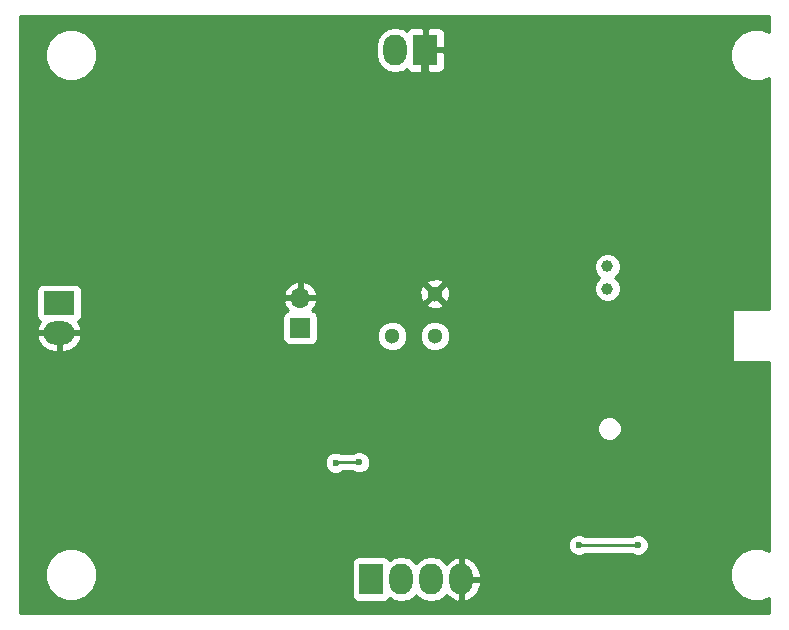
<source format=gbl>
G04 #@! TF.GenerationSoftware,KiCad,Pcbnew,(5.0-dev-4140-g2e42d5c00)*
G04 #@! TF.CreationDate,2018-02-27T05:36:51+05:30*
G04 #@! TF.ProjectId,sense_rev4,73656E73655F726576342E6B69636164,rev?*
G04 #@! TF.SameCoordinates,Original*
G04 #@! TF.FileFunction,Copper,L2,Bot,Signal*
G04 #@! TF.FilePolarity,Positive*
%FSLAX46Y46*%
G04 Gerber Fmt 4.6, Leading zero omitted, Abs format (unit mm)*
G04 Created by KiCad (PCBNEW (5.0-dev-4140-g2e42d5c00)) date 02/27/18 05:36:51*
%MOMM*%
%LPD*%
G01*
G04 APERTURE LIST*
%ADD10R,1.700000X1.700000*%
%ADD11O,1.700000X1.700000*%
%ADD12R,2.600000X2.000000*%
%ADD13O,2.600000X2.000000*%
%ADD14R,2.000000X2.600000*%
%ADD15O,2.000000X2.600000*%
%ADD16C,1.300000*%
%ADD17C,1.000000*%
%ADD18C,0.600000*%
%ADD19C,0.250000*%
%ADD20C,0.254000*%
G04 APERTURE END LIST*
D10*
X128400000Y-106100000D03*
D11*
X128400000Y-103560000D03*
D12*
X108000000Y-104000000D03*
D13*
X108000000Y-106540000D03*
D14*
X139010000Y-82580000D03*
D15*
X136470000Y-82580000D03*
D16*
X139796000Y-106796000D03*
X139796000Y-103204000D03*
X136204000Y-106796000D03*
D17*
X154400000Y-100900000D03*
X154400000Y-102800000D03*
D15*
X142040000Y-127390000D03*
X139500000Y-127390000D03*
X136960000Y-127390000D03*
D14*
X134420000Y-127390000D03*
D18*
X134619441Y-113980559D03*
X144900000Y-105100000D03*
X148200000Y-98800000D03*
X130000000Y-111850000D03*
X167500000Y-103000000D03*
X166600000Y-103000000D03*
X167500000Y-101800000D03*
X166600000Y-101800000D03*
X165200000Y-102100000D03*
X163900000Y-105000000D03*
X163900000Y-105000000D03*
X158500000Y-102100000D03*
X161600000Y-102100000D03*
X160000000Y-105000000D03*
X161600000Y-107700000D03*
X158500000Y-107700000D03*
X138760000Y-94060000D03*
X157120000Y-118310000D03*
X157790000Y-94360000D03*
X146910000Y-116120000D03*
X142580000Y-117500000D03*
X148690000Y-123310000D03*
X135600000Y-110580000D03*
X154800000Y-99100000D03*
X154800000Y-112100000D03*
X155950000Y-111000000D03*
X154800000Y-111000000D03*
X167700000Y-112300000D03*
X167800000Y-97850000D03*
X166600000Y-97850000D03*
X166600000Y-98750000D03*
X167800000Y-98750000D03*
X156250000Y-99100000D03*
X167700000Y-111200000D03*
X154800000Y-109400000D03*
X157000000Y-124500000D03*
X152000000Y-124500000D03*
X131410000Y-117520000D03*
X133400000Y-117500000D03*
D19*
X108000000Y-106540000D02*
X109550000Y-106540000D01*
X109550000Y-106540000D02*
X122860000Y-106540000D01*
X130000000Y-111850000D02*
X133950000Y-111850000D01*
X134619441Y-113980559D02*
X134619441Y-112519441D01*
X134619441Y-112519441D02*
X133950000Y-111850000D01*
X137000000Y-115800000D02*
X141600000Y-115800000D01*
X136075736Y-115800000D02*
X137000000Y-115800000D01*
X134619441Y-115619441D02*
X134800000Y-115800000D01*
X134800000Y-115800000D02*
X137000000Y-115800000D01*
X134619441Y-113980559D02*
X134619441Y-115619441D01*
X166600000Y-98750000D02*
X166600000Y-99174264D01*
X166600000Y-99174264D02*
X166600000Y-101800000D01*
X166600000Y-98750000D02*
X167800000Y-98750000D01*
X166600000Y-97850000D02*
X166600000Y-98750000D01*
X166600000Y-97850000D02*
X167800000Y-97850000D01*
X158500000Y-106500000D02*
X160000000Y-105000000D01*
X158500000Y-103500000D02*
X160000000Y-105000000D01*
X161600000Y-103400000D02*
X160000000Y-105000000D01*
X160000000Y-105000000D02*
X161600000Y-106600000D01*
X163310000Y-107700000D02*
X163900000Y-107110000D01*
X161600000Y-107700000D02*
X163310000Y-107700000D01*
X158110000Y-112300000D02*
X167700000Y-112300000D01*
X154800000Y-112100000D02*
X155930000Y-112100000D01*
X155930000Y-112100000D02*
X157120000Y-113290000D01*
X157120000Y-118310000D02*
X157120000Y-113290000D01*
X157120000Y-113290000D02*
X158110000Y-112300000D01*
X137850000Y-108330000D02*
X137850000Y-105150000D01*
X137850000Y-105150000D02*
X139796000Y-103204000D01*
X135600000Y-110580000D02*
X137850000Y-108330000D01*
X163900000Y-107110000D02*
X163900000Y-105000000D01*
X157360000Y-99610000D02*
X157360000Y-100960000D01*
X157360000Y-100960000D02*
X158500000Y-102100000D01*
X157149999Y-99399999D02*
X157360000Y-99610000D01*
X156250000Y-99100000D02*
X156549999Y-99399999D01*
X156549999Y-99399999D02*
X157149999Y-99399999D01*
X157790000Y-94360000D02*
X157790000Y-97560000D01*
X157790000Y-97560000D02*
X156250000Y-99100000D01*
X148200000Y-98800000D02*
X154500001Y-98800001D01*
X154500001Y-98800001D02*
X154800000Y-99100000D01*
X144900000Y-99000000D02*
X145100000Y-98800000D01*
X145100000Y-98800000D02*
X148200000Y-98800000D01*
X144900000Y-105100000D02*
X144900000Y-99000000D01*
X146400000Y-94060000D02*
X138760000Y-94060000D01*
X148200000Y-98800000D02*
X148200000Y-95860000D01*
X148200000Y-95860000D02*
X146400000Y-94060000D01*
X142580000Y-116780000D02*
X141600000Y-115800000D01*
X142580000Y-117500000D02*
X142580000Y-116780000D01*
X165200000Y-102100000D02*
X165700000Y-102100000D01*
X165700000Y-102100000D02*
X166600000Y-103000000D01*
X167500000Y-101800000D02*
X167500000Y-103000000D01*
X166600000Y-103000000D02*
X166600000Y-101800000D01*
X161600000Y-102100000D02*
X162024264Y-102100000D01*
X162024264Y-102100000D02*
X165200000Y-102100000D01*
X160000000Y-105000000D02*
X163900000Y-105000000D01*
X161600000Y-107700000D02*
X161600000Y-102100000D01*
X158500000Y-102100000D02*
X158500000Y-107700000D01*
X123850000Y-111850000D02*
X122860000Y-110860000D01*
X122860000Y-110860000D02*
X122860000Y-106540000D01*
X130000000Y-111850000D02*
X123850000Y-111850000D01*
X122860000Y-106540000D02*
X125840000Y-103560000D01*
X125840000Y-103560000D02*
X128400000Y-103560000D01*
X138760000Y-94060000D02*
X138760000Y-82830000D01*
X138760000Y-82830000D02*
X139010000Y-82580000D01*
X166600000Y-103000000D02*
X167500000Y-103000000D01*
X166600000Y-101800000D02*
X167500000Y-101800000D01*
X163900000Y-105000000D02*
X163900000Y-103400000D01*
X163900000Y-103400000D02*
X165200000Y-102100000D01*
X161600000Y-102100000D02*
X158500000Y-102100000D01*
X158500000Y-107700000D02*
X161600000Y-107700000D01*
X157700000Y-111000000D02*
X158500000Y-110200000D01*
X158500000Y-110200000D02*
X158500000Y-107700000D01*
X156374264Y-111000000D02*
X157700000Y-111000000D01*
X155950000Y-111000000D02*
X156374264Y-111000000D01*
X148690000Y-126340000D02*
X148690000Y-123310000D01*
X147640000Y-127390000D02*
X148690000Y-126340000D01*
X142040000Y-127390000D02*
X147640000Y-127390000D01*
X137755736Y-117500000D02*
X142155736Y-117500000D01*
X142155736Y-117500000D02*
X142580000Y-117500000D01*
X148690000Y-123310000D02*
X143100000Y-123310000D01*
X143100000Y-123310000D02*
X142580000Y-122790000D01*
X142580000Y-122790000D02*
X142580000Y-117500000D01*
X138760000Y-94060000D02*
X138760000Y-102168000D01*
X138760000Y-102168000D02*
X139796000Y-103204000D01*
X142580000Y-117500000D02*
X145530000Y-117500000D01*
X145530000Y-117500000D02*
X146910000Y-116120000D01*
X156250000Y-99100000D02*
X154800000Y-99100000D01*
X154800000Y-111000000D02*
X154800000Y-112100000D01*
X154800000Y-111000000D02*
X155950000Y-111000000D01*
X154800000Y-109400000D02*
X154800000Y-111000000D01*
X167700000Y-111200000D02*
X167700000Y-112300000D01*
X167800000Y-97850000D02*
X167800000Y-98750000D01*
X152000000Y-124500000D02*
X157000000Y-124500000D01*
X133400000Y-117500000D02*
X131430000Y-117500000D01*
X131430000Y-117500000D02*
X131410000Y-117520000D01*
D20*
G36*
X168073000Y-81025305D02*
X167444569Y-80765000D01*
X166555431Y-80765000D01*
X165733974Y-81105259D01*
X165105259Y-81733974D01*
X164765000Y-82555431D01*
X164765000Y-83444569D01*
X165105259Y-84266026D01*
X165733974Y-84894741D01*
X166555431Y-85235000D01*
X167444569Y-85235000D01*
X168073000Y-84974695D01*
X168073000Y-104473000D01*
X165100000Y-104473000D01*
X165051399Y-104482667D01*
X165010197Y-104510197D01*
X164982667Y-104551399D01*
X164973000Y-104600000D01*
X164973000Y-108900000D01*
X164982667Y-108948601D01*
X165010197Y-108989803D01*
X165051399Y-109017333D01*
X165100000Y-109027000D01*
X168073000Y-109027000D01*
X168073000Y-125025305D01*
X167444569Y-124765000D01*
X166555431Y-124765000D01*
X165733974Y-125105259D01*
X165105259Y-125733974D01*
X164765000Y-126555431D01*
X164765000Y-127444569D01*
X165105259Y-128266026D01*
X165733974Y-128894741D01*
X166555431Y-129235000D01*
X167444569Y-129235000D01*
X168073000Y-128974695D01*
X168073000Y-130290000D01*
X104710000Y-130290000D01*
X104710000Y-126555431D01*
X106765000Y-126555431D01*
X106765000Y-127444569D01*
X107105259Y-128266026D01*
X107733974Y-128894741D01*
X108555431Y-129235000D01*
X109444569Y-129235000D01*
X110266026Y-128894741D01*
X110894741Y-128266026D01*
X111235000Y-127444569D01*
X111235000Y-126555431D01*
X111042212Y-126090000D01*
X132772560Y-126090000D01*
X132772560Y-128690000D01*
X132821843Y-128937765D01*
X132962191Y-129147809D01*
X133172235Y-129288157D01*
X133420000Y-129337440D01*
X135420000Y-129337440D01*
X135667765Y-129288157D01*
X135877809Y-129147809D01*
X135976900Y-128999510D01*
X136322056Y-129230136D01*
X136960000Y-129357031D01*
X137597945Y-129230136D01*
X138138769Y-128868769D01*
X138230000Y-128732232D01*
X138321231Y-128868769D01*
X138862056Y-129230136D01*
X139500000Y-129357031D01*
X140137945Y-129230136D01*
X140678769Y-128868769D01*
X140789952Y-128702371D01*
X140973683Y-128935922D01*
X141531645Y-129249144D01*
X141659566Y-129280124D01*
X141913000Y-129160777D01*
X141913000Y-127517000D01*
X142167000Y-127517000D01*
X142167000Y-129160777D01*
X142420434Y-129280124D01*
X142548355Y-129249144D01*
X143106317Y-128935922D01*
X143501942Y-128433020D01*
X143675000Y-127817000D01*
X143675000Y-127517000D01*
X142167000Y-127517000D01*
X141913000Y-127517000D01*
X141893000Y-127517000D01*
X141893000Y-127263000D01*
X141913000Y-127263000D01*
X141913000Y-125619223D01*
X142167000Y-125619223D01*
X142167000Y-127263000D01*
X143675000Y-127263000D01*
X143675000Y-126963000D01*
X143501942Y-126346980D01*
X143106317Y-125844078D01*
X142548355Y-125530856D01*
X142420434Y-125499876D01*
X142167000Y-125619223D01*
X141913000Y-125619223D01*
X141659566Y-125499876D01*
X141531645Y-125530856D01*
X140973683Y-125844078D01*
X140789952Y-126077629D01*
X140678769Y-125911231D01*
X140137944Y-125549864D01*
X139500000Y-125422969D01*
X138862055Y-125549864D01*
X138321231Y-125911231D01*
X138230000Y-126047768D01*
X138138769Y-125911231D01*
X137597944Y-125549864D01*
X136960000Y-125422969D01*
X136322055Y-125549864D01*
X135976900Y-125780489D01*
X135877809Y-125632191D01*
X135667765Y-125491843D01*
X135420000Y-125442560D01*
X133420000Y-125442560D01*
X133172235Y-125491843D01*
X132962191Y-125632191D01*
X132821843Y-125842235D01*
X132772560Y-126090000D01*
X111042212Y-126090000D01*
X110894741Y-125733974D01*
X110266026Y-125105259D01*
X109444569Y-124765000D01*
X108555431Y-124765000D01*
X107733974Y-125105259D01*
X107105259Y-125733974D01*
X106765000Y-126555431D01*
X104710000Y-126555431D01*
X104710000Y-124314017D01*
X151065000Y-124314017D01*
X151065000Y-124685983D01*
X151207345Y-125029635D01*
X151470365Y-125292655D01*
X151814017Y-125435000D01*
X152185983Y-125435000D01*
X152529635Y-125292655D01*
X152562290Y-125260000D01*
X156437710Y-125260000D01*
X156470365Y-125292655D01*
X156814017Y-125435000D01*
X157185983Y-125435000D01*
X157529635Y-125292655D01*
X157792655Y-125029635D01*
X157935000Y-124685983D01*
X157935000Y-124314017D01*
X157792655Y-123970365D01*
X157529635Y-123707345D01*
X157185983Y-123565000D01*
X156814017Y-123565000D01*
X156470365Y-123707345D01*
X156437710Y-123740000D01*
X152562290Y-123740000D01*
X152529635Y-123707345D01*
X152185983Y-123565000D01*
X151814017Y-123565000D01*
X151470365Y-123707345D01*
X151207345Y-123970365D01*
X151065000Y-124314017D01*
X104710000Y-124314017D01*
X104710000Y-117334017D01*
X130475000Y-117334017D01*
X130475000Y-117705983D01*
X130617345Y-118049635D01*
X130880365Y-118312655D01*
X131224017Y-118455000D01*
X131595983Y-118455000D01*
X131939635Y-118312655D01*
X131992290Y-118260000D01*
X132837710Y-118260000D01*
X132870365Y-118292655D01*
X133214017Y-118435000D01*
X133585983Y-118435000D01*
X133929635Y-118292655D01*
X134192655Y-118029635D01*
X134335000Y-117685983D01*
X134335000Y-117314017D01*
X134192655Y-116970365D01*
X133929635Y-116707345D01*
X133585983Y-116565000D01*
X133214017Y-116565000D01*
X132870365Y-116707345D01*
X132837710Y-116740000D01*
X131952290Y-116740000D01*
X131939635Y-116727345D01*
X131595983Y-116585000D01*
X131224017Y-116585000D01*
X130880365Y-116727345D01*
X130617345Y-116990365D01*
X130475000Y-117334017D01*
X104710000Y-117334017D01*
X104710000Y-114424126D01*
X153545000Y-114424126D01*
X153545000Y-114835874D01*
X153702569Y-115216280D01*
X153993720Y-115507431D01*
X154374126Y-115665000D01*
X154785874Y-115665000D01*
X155166280Y-115507431D01*
X155457431Y-115216280D01*
X155615000Y-114835874D01*
X155615000Y-114424126D01*
X155457431Y-114043720D01*
X155166280Y-113752569D01*
X154785874Y-113595000D01*
X154374126Y-113595000D01*
X153993720Y-113752569D01*
X153702569Y-114043720D01*
X153545000Y-114424126D01*
X104710000Y-114424126D01*
X104710000Y-106920434D01*
X106109876Y-106920434D01*
X106140856Y-107048355D01*
X106454078Y-107606317D01*
X106956980Y-108001942D01*
X107573000Y-108175000D01*
X107873000Y-108175000D01*
X107873000Y-106667000D01*
X108127000Y-106667000D01*
X108127000Y-108175000D01*
X108427000Y-108175000D01*
X109043020Y-108001942D01*
X109545922Y-107606317D01*
X109859144Y-107048355D01*
X109890124Y-106920434D01*
X109770777Y-106667000D01*
X108127000Y-106667000D01*
X107873000Y-106667000D01*
X106229223Y-106667000D01*
X106109876Y-106920434D01*
X104710000Y-106920434D01*
X104710000Y-103000000D01*
X106052560Y-103000000D01*
X106052560Y-105000000D01*
X106101843Y-105247765D01*
X106242191Y-105457809D01*
X106402760Y-105565099D01*
X106140856Y-106031645D01*
X106109876Y-106159566D01*
X106229223Y-106413000D01*
X107873000Y-106413000D01*
X107873000Y-106393000D01*
X108127000Y-106393000D01*
X108127000Y-106413000D01*
X109770777Y-106413000D01*
X109890124Y-106159566D01*
X109859144Y-106031645D01*
X109597240Y-105565099D01*
X109757809Y-105457809D01*
X109896663Y-105250000D01*
X126902560Y-105250000D01*
X126902560Y-106950000D01*
X126951843Y-107197765D01*
X127092191Y-107407809D01*
X127302235Y-107548157D01*
X127550000Y-107597440D01*
X129250000Y-107597440D01*
X129497765Y-107548157D01*
X129707809Y-107407809D01*
X129848157Y-107197765D01*
X129897440Y-106950000D01*
X129897440Y-106540398D01*
X134919000Y-106540398D01*
X134919000Y-107051602D01*
X135114629Y-107523894D01*
X135476106Y-107885371D01*
X135948398Y-108081000D01*
X136459602Y-108081000D01*
X136931894Y-107885371D01*
X137293371Y-107523894D01*
X137489000Y-107051602D01*
X137489000Y-106540398D01*
X138511000Y-106540398D01*
X138511000Y-107051602D01*
X138706629Y-107523894D01*
X139068106Y-107885371D01*
X139540398Y-108081000D01*
X140051602Y-108081000D01*
X140523894Y-107885371D01*
X140885371Y-107523894D01*
X141081000Y-107051602D01*
X141081000Y-106540398D01*
X140885371Y-106068106D01*
X140523894Y-105706629D01*
X140051602Y-105511000D01*
X139540398Y-105511000D01*
X139068106Y-105706629D01*
X138706629Y-106068106D01*
X138511000Y-106540398D01*
X137489000Y-106540398D01*
X137293371Y-106068106D01*
X136931894Y-105706629D01*
X136459602Y-105511000D01*
X135948398Y-105511000D01*
X135476106Y-105706629D01*
X135114629Y-106068106D01*
X134919000Y-106540398D01*
X129897440Y-106540398D01*
X129897440Y-105250000D01*
X129848157Y-105002235D01*
X129707809Y-104792191D01*
X129497765Y-104651843D01*
X129394292Y-104631261D01*
X129671645Y-104326924D01*
X129764384Y-104103016D01*
X139076590Y-104103016D01*
X139132271Y-104333611D01*
X139615078Y-104501622D01*
X140125428Y-104472083D01*
X140459729Y-104333611D01*
X140515410Y-104103016D01*
X139796000Y-103383605D01*
X139076590Y-104103016D01*
X129764384Y-104103016D01*
X129841476Y-103916890D01*
X129720155Y-103687000D01*
X128527000Y-103687000D01*
X128527000Y-103707000D01*
X128273000Y-103707000D01*
X128273000Y-103687000D01*
X127079845Y-103687000D01*
X126958524Y-103916890D01*
X127128355Y-104326924D01*
X127405708Y-104631261D01*
X127302235Y-104651843D01*
X127092191Y-104792191D01*
X126951843Y-105002235D01*
X126902560Y-105250000D01*
X109896663Y-105250000D01*
X109898157Y-105247765D01*
X109947440Y-105000000D01*
X109947440Y-103203110D01*
X126958524Y-103203110D01*
X127079845Y-103433000D01*
X128273000Y-103433000D01*
X128273000Y-102239181D01*
X128527000Y-102239181D01*
X128527000Y-103433000D01*
X129720155Y-103433000D01*
X129841476Y-103203110D01*
X129766909Y-103023078D01*
X138498378Y-103023078D01*
X138527917Y-103533428D01*
X138666389Y-103867729D01*
X138896984Y-103923410D01*
X139616395Y-103204000D01*
X139975605Y-103204000D01*
X140695016Y-103923410D01*
X140925611Y-103867729D01*
X141093622Y-103384922D01*
X141064083Y-102874572D01*
X140925611Y-102540271D01*
X140695016Y-102484590D01*
X139975605Y-103204000D01*
X139616395Y-103204000D01*
X138896984Y-102484590D01*
X138666389Y-102540271D01*
X138498378Y-103023078D01*
X129766909Y-103023078D01*
X129671645Y-102793076D01*
X129281358Y-102364817D01*
X129153953Y-102304984D01*
X139076590Y-102304984D01*
X139796000Y-103024395D01*
X140515410Y-102304984D01*
X140459729Y-102074389D01*
X139976922Y-101906378D01*
X139466572Y-101935917D01*
X139132271Y-102074389D01*
X139076590Y-102304984D01*
X129153953Y-102304984D01*
X128756892Y-102118514D01*
X128527000Y-102239181D01*
X128273000Y-102239181D01*
X128043108Y-102118514D01*
X127518642Y-102364817D01*
X127128355Y-102793076D01*
X126958524Y-103203110D01*
X109947440Y-103203110D01*
X109947440Y-103000000D01*
X109898157Y-102752235D01*
X109757809Y-102542191D01*
X109547765Y-102401843D01*
X109300000Y-102352560D01*
X106700000Y-102352560D01*
X106452235Y-102401843D01*
X106242191Y-102542191D01*
X106101843Y-102752235D01*
X106052560Y-103000000D01*
X104710000Y-103000000D01*
X104710000Y-100674234D01*
X153265000Y-100674234D01*
X153265000Y-101125766D01*
X153437793Y-101542926D01*
X153744867Y-101850000D01*
X153437793Y-102157074D01*
X153265000Y-102574234D01*
X153265000Y-103025766D01*
X153437793Y-103442926D01*
X153757074Y-103762207D01*
X154174234Y-103935000D01*
X154625766Y-103935000D01*
X155042926Y-103762207D01*
X155362207Y-103442926D01*
X155535000Y-103025766D01*
X155535000Y-102574234D01*
X155362207Y-102157074D01*
X155055133Y-101850000D01*
X155362207Y-101542926D01*
X155535000Y-101125766D01*
X155535000Y-100674234D01*
X155362207Y-100257074D01*
X155042926Y-99937793D01*
X154625766Y-99765000D01*
X154174234Y-99765000D01*
X153757074Y-99937793D01*
X153437793Y-100257074D01*
X153265000Y-100674234D01*
X104710000Y-100674234D01*
X104710000Y-82555431D01*
X106765000Y-82555431D01*
X106765000Y-83444569D01*
X107105259Y-84266026D01*
X107733974Y-84894741D01*
X108555431Y-85235000D01*
X109444569Y-85235000D01*
X110266026Y-84894741D01*
X110894741Y-84266026D01*
X111235000Y-83444569D01*
X111235000Y-82555431D01*
X111054212Y-82118969D01*
X134835000Y-82118969D01*
X134835000Y-83041030D01*
X134929864Y-83517944D01*
X135291231Y-84058769D01*
X135832055Y-84420136D01*
X136470000Y-84547031D01*
X137107944Y-84420136D01*
X137451365Y-84190670D01*
X137471673Y-84239699D01*
X137650302Y-84418327D01*
X137883691Y-84515000D01*
X138724250Y-84515000D01*
X138883000Y-84356250D01*
X138883000Y-82707000D01*
X139137000Y-82707000D01*
X139137000Y-84356250D01*
X139295750Y-84515000D01*
X140136309Y-84515000D01*
X140369698Y-84418327D01*
X140548327Y-84239699D01*
X140645000Y-84006310D01*
X140645000Y-82865750D01*
X140486250Y-82707000D01*
X139137000Y-82707000D01*
X138883000Y-82707000D01*
X138863000Y-82707000D01*
X138863000Y-82453000D01*
X138883000Y-82453000D01*
X138883000Y-80803750D01*
X139137000Y-80803750D01*
X139137000Y-82453000D01*
X140486250Y-82453000D01*
X140645000Y-82294250D01*
X140645000Y-81153690D01*
X140548327Y-80920301D01*
X140369698Y-80741673D01*
X140136309Y-80645000D01*
X139295750Y-80645000D01*
X139137000Y-80803750D01*
X138883000Y-80803750D01*
X138724250Y-80645000D01*
X137883691Y-80645000D01*
X137650302Y-80741673D01*
X137471673Y-80920301D01*
X137451365Y-80969330D01*
X137107945Y-80739864D01*
X136470000Y-80612969D01*
X135832056Y-80739864D01*
X135291231Y-81101231D01*
X134929864Y-81642055D01*
X134835000Y-82118969D01*
X111054212Y-82118969D01*
X110894741Y-81733974D01*
X110266026Y-81105259D01*
X109444569Y-80765000D01*
X108555431Y-80765000D01*
X107733974Y-81105259D01*
X107105259Y-81733974D01*
X106765000Y-82555431D01*
X104710000Y-82555431D01*
X104710000Y-79710000D01*
X168073000Y-79710000D01*
X168073000Y-81025305D01*
X168073000Y-81025305D01*
G37*
X168073000Y-81025305D02*
X167444569Y-80765000D01*
X166555431Y-80765000D01*
X165733974Y-81105259D01*
X165105259Y-81733974D01*
X164765000Y-82555431D01*
X164765000Y-83444569D01*
X165105259Y-84266026D01*
X165733974Y-84894741D01*
X166555431Y-85235000D01*
X167444569Y-85235000D01*
X168073000Y-84974695D01*
X168073000Y-104473000D01*
X165100000Y-104473000D01*
X165051399Y-104482667D01*
X165010197Y-104510197D01*
X164982667Y-104551399D01*
X164973000Y-104600000D01*
X164973000Y-108900000D01*
X164982667Y-108948601D01*
X165010197Y-108989803D01*
X165051399Y-109017333D01*
X165100000Y-109027000D01*
X168073000Y-109027000D01*
X168073000Y-125025305D01*
X167444569Y-124765000D01*
X166555431Y-124765000D01*
X165733974Y-125105259D01*
X165105259Y-125733974D01*
X164765000Y-126555431D01*
X164765000Y-127444569D01*
X165105259Y-128266026D01*
X165733974Y-128894741D01*
X166555431Y-129235000D01*
X167444569Y-129235000D01*
X168073000Y-128974695D01*
X168073000Y-130290000D01*
X104710000Y-130290000D01*
X104710000Y-126555431D01*
X106765000Y-126555431D01*
X106765000Y-127444569D01*
X107105259Y-128266026D01*
X107733974Y-128894741D01*
X108555431Y-129235000D01*
X109444569Y-129235000D01*
X110266026Y-128894741D01*
X110894741Y-128266026D01*
X111235000Y-127444569D01*
X111235000Y-126555431D01*
X111042212Y-126090000D01*
X132772560Y-126090000D01*
X132772560Y-128690000D01*
X132821843Y-128937765D01*
X132962191Y-129147809D01*
X133172235Y-129288157D01*
X133420000Y-129337440D01*
X135420000Y-129337440D01*
X135667765Y-129288157D01*
X135877809Y-129147809D01*
X135976900Y-128999510D01*
X136322056Y-129230136D01*
X136960000Y-129357031D01*
X137597945Y-129230136D01*
X138138769Y-128868769D01*
X138230000Y-128732232D01*
X138321231Y-128868769D01*
X138862056Y-129230136D01*
X139500000Y-129357031D01*
X140137945Y-129230136D01*
X140678769Y-128868769D01*
X140789952Y-128702371D01*
X140973683Y-128935922D01*
X141531645Y-129249144D01*
X141659566Y-129280124D01*
X141913000Y-129160777D01*
X141913000Y-127517000D01*
X142167000Y-127517000D01*
X142167000Y-129160777D01*
X142420434Y-129280124D01*
X142548355Y-129249144D01*
X143106317Y-128935922D01*
X143501942Y-128433020D01*
X143675000Y-127817000D01*
X143675000Y-127517000D01*
X142167000Y-127517000D01*
X141913000Y-127517000D01*
X141893000Y-127517000D01*
X141893000Y-127263000D01*
X141913000Y-127263000D01*
X141913000Y-125619223D01*
X142167000Y-125619223D01*
X142167000Y-127263000D01*
X143675000Y-127263000D01*
X143675000Y-126963000D01*
X143501942Y-126346980D01*
X143106317Y-125844078D01*
X142548355Y-125530856D01*
X142420434Y-125499876D01*
X142167000Y-125619223D01*
X141913000Y-125619223D01*
X141659566Y-125499876D01*
X141531645Y-125530856D01*
X140973683Y-125844078D01*
X140789952Y-126077629D01*
X140678769Y-125911231D01*
X140137944Y-125549864D01*
X139500000Y-125422969D01*
X138862055Y-125549864D01*
X138321231Y-125911231D01*
X138230000Y-126047768D01*
X138138769Y-125911231D01*
X137597944Y-125549864D01*
X136960000Y-125422969D01*
X136322055Y-125549864D01*
X135976900Y-125780489D01*
X135877809Y-125632191D01*
X135667765Y-125491843D01*
X135420000Y-125442560D01*
X133420000Y-125442560D01*
X133172235Y-125491843D01*
X132962191Y-125632191D01*
X132821843Y-125842235D01*
X132772560Y-126090000D01*
X111042212Y-126090000D01*
X110894741Y-125733974D01*
X110266026Y-125105259D01*
X109444569Y-124765000D01*
X108555431Y-124765000D01*
X107733974Y-125105259D01*
X107105259Y-125733974D01*
X106765000Y-126555431D01*
X104710000Y-126555431D01*
X104710000Y-124314017D01*
X151065000Y-124314017D01*
X151065000Y-124685983D01*
X151207345Y-125029635D01*
X151470365Y-125292655D01*
X151814017Y-125435000D01*
X152185983Y-125435000D01*
X152529635Y-125292655D01*
X152562290Y-125260000D01*
X156437710Y-125260000D01*
X156470365Y-125292655D01*
X156814017Y-125435000D01*
X157185983Y-125435000D01*
X157529635Y-125292655D01*
X157792655Y-125029635D01*
X157935000Y-124685983D01*
X157935000Y-124314017D01*
X157792655Y-123970365D01*
X157529635Y-123707345D01*
X157185983Y-123565000D01*
X156814017Y-123565000D01*
X156470365Y-123707345D01*
X156437710Y-123740000D01*
X152562290Y-123740000D01*
X152529635Y-123707345D01*
X152185983Y-123565000D01*
X151814017Y-123565000D01*
X151470365Y-123707345D01*
X151207345Y-123970365D01*
X151065000Y-124314017D01*
X104710000Y-124314017D01*
X104710000Y-117334017D01*
X130475000Y-117334017D01*
X130475000Y-117705983D01*
X130617345Y-118049635D01*
X130880365Y-118312655D01*
X131224017Y-118455000D01*
X131595983Y-118455000D01*
X131939635Y-118312655D01*
X131992290Y-118260000D01*
X132837710Y-118260000D01*
X132870365Y-118292655D01*
X133214017Y-118435000D01*
X133585983Y-118435000D01*
X133929635Y-118292655D01*
X134192655Y-118029635D01*
X134335000Y-117685983D01*
X134335000Y-117314017D01*
X134192655Y-116970365D01*
X133929635Y-116707345D01*
X133585983Y-116565000D01*
X133214017Y-116565000D01*
X132870365Y-116707345D01*
X132837710Y-116740000D01*
X131952290Y-116740000D01*
X131939635Y-116727345D01*
X131595983Y-116585000D01*
X131224017Y-116585000D01*
X130880365Y-116727345D01*
X130617345Y-116990365D01*
X130475000Y-117334017D01*
X104710000Y-117334017D01*
X104710000Y-114424126D01*
X153545000Y-114424126D01*
X153545000Y-114835874D01*
X153702569Y-115216280D01*
X153993720Y-115507431D01*
X154374126Y-115665000D01*
X154785874Y-115665000D01*
X155166280Y-115507431D01*
X155457431Y-115216280D01*
X155615000Y-114835874D01*
X155615000Y-114424126D01*
X155457431Y-114043720D01*
X155166280Y-113752569D01*
X154785874Y-113595000D01*
X154374126Y-113595000D01*
X153993720Y-113752569D01*
X153702569Y-114043720D01*
X153545000Y-114424126D01*
X104710000Y-114424126D01*
X104710000Y-106920434D01*
X106109876Y-106920434D01*
X106140856Y-107048355D01*
X106454078Y-107606317D01*
X106956980Y-108001942D01*
X107573000Y-108175000D01*
X107873000Y-108175000D01*
X107873000Y-106667000D01*
X108127000Y-106667000D01*
X108127000Y-108175000D01*
X108427000Y-108175000D01*
X109043020Y-108001942D01*
X109545922Y-107606317D01*
X109859144Y-107048355D01*
X109890124Y-106920434D01*
X109770777Y-106667000D01*
X108127000Y-106667000D01*
X107873000Y-106667000D01*
X106229223Y-106667000D01*
X106109876Y-106920434D01*
X104710000Y-106920434D01*
X104710000Y-103000000D01*
X106052560Y-103000000D01*
X106052560Y-105000000D01*
X106101843Y-105247765D01*
X106242191Y-105457809D01*
X106402760Y-105565099D01*
X106140856Y-106031645D01*
X106109876Y-106159566D01*
X106229223Y-106413000D01*
X107873000Y-106413000D01*
X107873000Y-106393000D01*
X108127000Y-106393000D01*
X108127000Y-106413000D01*
X109770777Y-106413000D01*
X109890124Y-106159566D01*
X109859144Y-106031645D01*
X109597240Y-105565099D01*
X109757809Y-105457809D01*
X109896663Y-105250000D01*
X126902560Y-105250000D01*
X126902560Y-106950000D01*
X126951843Y-107197765D01*
X127092191Y-107407809D01*
X127302235Y-107548157D01*
X127550000Y-107597440D01*
X129250000Y-107597440D01*
X129497765Y-107548157D01*
X129707809Y-107407809D01*
X129848157Y-107197765D01*
X129897440Y-106950000D01*
X129897440Y-106540398D01*
X134919000Y-106540398D01*
X134919000Y-107051602D01*
X135114629Y-107523894D01*
X135476106Y-107885371D01*
X135948398Y-108081000D01*
X136459602Y-108081000D01*
X136931894Y-107885371D01*
X137293371Y-107523894D01*
X137489000Y-107051602D01*
X137489000Y-106540398D01*
X138511000Y-106540398D01*
X138511000Y-107051602D01*
X138706629Y-107523894D01*
X139068106Y-107885371D01*
X139540398Y-108081000D01*
X140051602Y-108081000D01*
X140523894Y-107885371D01*
X140885371Y-107523894D01*
X141081000Y-107051602D01*
X141081000Y-106540398D01*
X140885371Y-106068106D01*
X140523894Y-105706629D01*
X140051602Y-105511000D01*
X139540398Y-105511000D01*
X139068106Y-105706629D01*
X138706629Y-106068106D01*
X138511000Y-106540398D01*
X137489000Y-106540398D01*
X137293371Y-106068106D01*
X136931894Y-105706629D01*
X136459602Y-105511000D01*
X135948398Y-105511000D01*
X135476106Y-105706629D01*
X135114629Y-106068106D01*
X134919000Y-106540398D01*
X129897440Y-106540398D01*
X129897440Y-105250000D01*
X129848157Y-105002235D01*
X129707809Y-104792191D01*
X129497765Y-104651843D01*
X129394292Y-104631261D01*
X129671645Y-104326924D01*
X129764384Y-104103016D01*
X139076590Y-104103016D01*
X139132271Y-104333611D01*
X139615078Y-104501622D01*
X140125428Y-104472083D01*
X140459729Y-104333611D01*
X140515410Y-104103016D01*
X139796000Y-103383605D01*
X139076590Y-104103016D01*
X129764384Y-104103016D01*
X129841476Y-103916890D01*
X129720155Y-103687000D01*
X128527000Y-103687000D01*
X128527000Y-103707000D01*
X128273000Y-103707000D01*
X128273000Y-103687000D01*
X127079845Y-103687000D01*
X126958524Y-103916890D01*
X127128355Y-104326924D01*
X127405708Y-104631261D01*
X127302235Y-104651843D01*
X127092191Y-104792191D01*
X126951843Y-105002235D01*
X126902560Y-105250000D01*
X109896663Y-105250000D01*
X109898157Y-105247765D01*
X109947440Y-105000000D01*
X109947440Y-103203110D01*
X126958524Y-103203110D01*
X127079845Y-103433000D01*
X128273000Y-103433000D01*
X128273000Y-102239181D01*
X128527000Y-102239181D01*
X128527000Y-103433000D01*
X129720155Y-103433000D01*
X129841476Y-103203110D01*
X129766909Y-103023078D01*
X138498378Y-103023078D01*
X138527917Y-103533428D01*
X138666389Y-103867729D01*
X138896984Y-103923410D01*
X139616395Y-103204000D01*
X139975605Y-103204000D01*
X140695016Y-103923410D01*
X140925611Y-103867729D01*
X141093622Y-103384922D01*
X141064083Y-102874572D01*
X140925611Y-102540271D01*
X140695016Y-102484590D01*
X139975605Y-103204000D01*
X139616395Y-103204000D01*
X138896984Y-102484590D01*
X138666389Y-102540271D01*
X138498378Y-103023078D01*
X129766909Y-103023078D01*
X129671645Y-102793076D01*
X129281358Y-102364817D01*
X129153953Y-102304984D01*
X139076590Y-102304984D01*
X139796000Y-103024395D01*
X140515410Y-102304984D01*
X140459729Y-102074389D01*
X139976922Y-101906378D01*
X139466572Y-101935917D01*
X139132271Y-102074389D01*
X139076590Y-102304984D01*
X129153953Y-102304984D01*
X128756892Y-102118514D01*
X128527000Y-102239181D01*
X128273000Y-102239181D01*
X128043108Y-102118514D01*
X127518642Y-102364817D01*
X127128355Y-102793076D01*
X126958524Y-103203110D01*
X109947440Y-103203110D01*
X109947440Y-103000000D01*
X109898157Y-102752235D01*
X109757809Y-102542191D01*
X109547765Y-102401843D01*
X109300000Y-102352560D01*
X106700000Y-102352560D01*
X106452235Y-102401843D01*
X106242191Y-102542191D01*
X106101843Y-102752235D01*
X106052560Y-103000000D01*
X104710000Y-103000000D01*
X104710000Y-100674234D01*
X153265000Y-100674234D01*
X153265000Y-101125766D01*
X153437793Y-101542926D01*
X153744867Y-101850000D01*
X153437793Y-102157074D01*
X153265000Y-102574234D01*
X153265000Y-103025766D01*
X153437793Y-103442926D01*
X153757074Y-103762207D01*
X154174234Y-103935000D01*
X154625766Y-103935000D01*
X155042926Y-103762207D01*
X155362207Y-103442926D01*
X155535000Y-103025766D01*
X155535000Y-102574234D01*
X155362207Y-102157074D01*
X155055133Y-101850000D01*
X155362207Y-101542926D01*
X155535000Y-101125766D01*
X155535000Y-100674234D01*
X155362207Y-100257074D01*
X155042926Y-99937793D01*
X154625766Y-99765000D01*
X154174234Y-99765000D01*
X153757074Y-99937793D01*
X153437793Y-100257074D01*
X153265000Y-100674234D01*
X104710000Y-100674234D01*
X104710000Y-82555431D01*
X106765000Y-82555431D01*
X106765000Y-83444569D01*
X107105259Y-84266026D01*
X107733974Y-84894741D01*
X108555431Y-85235000D01*
X109444569Y-85235000D01*
X110266026Y-84894741D01*
X110894741Y-84266026D01*
X111235000Y-83444569D01*
X111235000Y-82555431D01*
X111054212Y-82118969D01*
X134835000Y-82118969D01*
X134835000Y-83041030D01*
X134929864Y-83517944D01*
X135291231Y-84058769D01*
X135832055Y-84420136D01*
X136470000Y-84547031D01*
X137107944Y-84420136D01*
X137451365Y-84190670D01*
X137471673Y-84239699D01*
X137650302Y-84418327D01*
X137883691Y-84515000D01*
X138724250Y-84515000D01*
X138883000Y-84356250D01*
X138883000Y-82707000D01*
X139137000Y-82707000D01*
X139137000Y-84356250D01*
X139295750Y-84515000D01*
X140136309Y-84515000D01*
X140369698Y-84418327D01*
X140548327Y-84239699D01*
X140645000Y-84006310D01*
X140645000Y-82865750D01*
X140486250Y-82707000D01*
X139137000Y-82707000D01*
X138883000Y-82707000D01*
X138863000Y-82707000D01*
X138863000Y-82453000D01*
X138883000Y-82453000D01*
X138883000Y-80803750D01*
X139137000Y-80803750D01*
X139137000Y-82453000D01*
X140486250Y-82453000D01*
X140645000Y-82294250D01*
X140645000Y-81153690D01*
X140548327Y-80920301D01*
X140369698Y-80741673D01*
X140136309Y-80645000D01*
X139295750Y-80645000D01*
X139137000Y-80803750D01*
X138883000Y-80803750D01*
X138724250Y-80645000D01*
X137883691Y-80645000D01*
X137650302Y-80741673D01*
X137471673Y-80920301D01*
X137451365Y-80969330D01*
X137107945Y-80739864D01*
X136470000Y-80612969D01*
X135832056Y-80739864D01*
X135291231Y-81101231D01*
X134929864Y-81642055D01*
X134835000Y-82118969D01*
X111054212Y-82118969D01*
X110894741Y-81733974D01*
X110266026Y-81105259D01*
X109444569Y-80765000D01*
X108555431Y-80765000D01*
X107733974Y-81105259D01*
X107105259Y-81733974D01*
X106765000Y-82555431D01*
X104710000Y-82555431D01*
X104710000Y-79710000D01*
X168073000Y-79710000D01*
X168073000Y-81025305D01*
M02*

</source>
